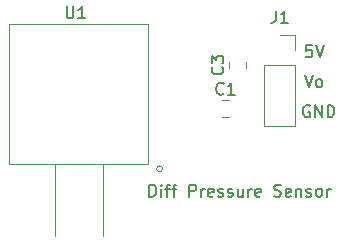
<source format=gbr>
G04 #@! TF.GenerationSoftware,KiCad,Pcbnew,(5.1.2-1)-1*
G04 #@! TF.CreationDate,2020-11-08T20:07:09-08:00*
G04 #@! TF.ProjectId,Pressure Sensor,50726573-7375-4726-9520-53656e736f72,rev?*
G04 #@! TF.SameCoordinates,Original*
G04 #@! TF.FileFunction,Legend,Top*
G04 #@! TF.FilePolarity,Positive*
%FSLAX46Y46*%
G04 Gerber Fmt 4.6, Leading zero omitted, Abs format (unit mm)*
G04 Created by KiCad (PCBNEW (5.1.2-1)-1) date 2020-11-08 20:07:09*
%MOMM*%
%LPD*%
G04 APERTURE LIST*
%ADD10C,0.150000*%
%ADD11C,0.120000*%
G04 APERTURE END LIST*
D10*
X152019095Y-27694000D02*
X151923857Y-27646380D01*
X151781000Y-27646380D01*
X151638142Y-27694000D01*
X151542904Y-27789238D01*
X151495285Y-27884476D01*
X151447666Y-28074952D01*
X151447666Y-28217809D01*
X151495285Y-28408285D01*
X151542904Y-28503523D01*
X151638142Y-28598761D01*
X151781000Y-28646380D01*
X151876238Y-28646380D01*
X152019095Y-28598761D01*
X152066714Y-28551142D01*
X152066714Y-28217809D01*
X151876238Y-28217809D01*
X152495285Y-28646380D02*
X152495285Y-27646380D01*
X153066714Y-28646380D01*
X153066714Y-27646380D01*
X153542904Y-28646380D02*
X153542904Y-27646380D01*
X153781000Y-27646380D01*
X153923857Y-27694000D01*
X154019095Y-27789238D01*
X154066714Y-27884476D01*
X154114333Y-28074952D01*
X154114333Y-28217809D01*
X154066714Y-28408285D01*
X154019095Y-28503523D01*
X153923857Y-28598761D01*
X153781000Y-28646380D01*
X153542904Y-28646380D01*
X151614285Y-25106380D02*
X151947619Y-26106380D01*
X152280952Y-25106380D01*
X152757142Y-26106380D02*
X152661904Y-26058761D01*
X152614285Y-26011142D01*
X152566666Y-25915904D01*
X152566666Y-25630190D01*
X152614285Y-25534952D01*
X152661904Y-25487333D01*
X152757142Y-25439714D01*
X152900000Y-25439714D01*
X152995238Y-25487333D01*
X153042857Y-25534952D01*
X153090476Y-25630190D01*
X153090476Y-25915904D01*
X153042857Y-26011142D01*
X152995238Y-26058761D01*
X152900000Y-26106380D01*
X152757142Y-26106380D01*
X152209523Y-22566380D02*
X151733333Y-22566380D01*
X151685714Y-23042571D01*
X151733333Y-22994952D01*
X151828571Y-22947333D01*
X152066666Y-22947333D01*
X152161904Y-22994952D01*
X152209523Y-23042571D01*
X152257142Y-23137809D01*
X152257142Y-23375904D01*
X152209523Y-23471142D01*
X152161904Y-23518761D01*
X152066666Y-23566380D01*
X151828571Y-23566380D01*
X151733333Y-23518761D01*
X151685714Y-23471142D01*
X152542857Y-22566380D02*
X152876190Y-23566380D01*
X153209523Y-22566380D01*
X138454761Y-35377380D02*
X138454761Y-34377380D01*
X138692857Y-34377380D01*
X138835714Y-34425000D01*
X138930952Y-34520238D01*
X138978571Y-34615476D01*
X139026190Y-34805952D01*
X139026190Y-34948809D01*
X138978571Y-35139285D01*
X138930952Y-35234523D01*
X138835714Y-35329761D01*
X138692857Y-35377380D01*
X138454761Y-35377380D01*
X139454761Y-35377380D02*
X139454761Y-34710714D01*
X139454761Y-34377380D02*
X139407142Y-34425000D01*
X139454761Y-34472619D01*
X139502380Y-34425000D01*
X139454761Y-34377380D01*
X139454761Y-34472619D01*
X139788095Y-34710714D02*
X140169047Y-34710714D01*
X139930952Y-35377380D02*
X139930952Y-34520238D01*
X139978571Y-34425000D01*
X140073809Y-34377380D01*
X140169047Y-34377380D01*
X140359523Y-34710714D02*
X140740476Y-34710714D01*
X140502380Y-35377380D02*
X140502380Y-34520238D01*
X140550000Y-34425000D01*
X140645238Y-34377380D01*
X140740476Y-34377380D01*
X141835714Y-35377380D02*
X141835714Y-34377380D01*
X142216666Y-34377380D01*
X142311904Y-34425000D01*
X142359523Y-34472619D01*
X142407142Y-34567857D01*
X142407142Y-34710714D01*
X142359523Y-34805952D01*
X142311904Y-34853571D01*
X142216666Y-34901190D01*
X141835714Y-34901190D01*
X142835714Y-35377380D02*
X142835714Y-34710714D01*
X142835714Y-34901190D02*
X142883333Y-34805952D01*
X142930952Y-34758333D01*
X143026190Y-34710714D01*
X143121428Y-34710714D01*
X143835714Y-35329761D02*
X143740476Y-35377380D01*
X143550000Y-35377380D01*
X143454761Y-35329761D01*
X143407142Y-35234523D01*
X143407142Y-34853571D01*
X143454761Y-34758333D01*
X143550000Y-34710714D01*
X143740476Y-34710714D01*
X143835714Y-34758333D01*
X143883333Y-34853571D01*
X143883333Y-34948809D01*
X143407142Y-35044047D01*
X144264285Y-35329761D02*
X144359523Y-35377380D01*
X144550000Y-35377380D01*
X144645238Y-35329761D01*
X144692857Y-35234523D01*
X144692857Y-35186904D01*
X144645238Y-35091666D01*
X144550000Y-35044047D01*
X144407142Y-35044047D01*
X144311904Y-34996428D01*
X144264285Y-34901190D01*
X144264285Y-34853571D01*
X144311904Y-34758333D01*
X144407142Y-34710714D01*
X144550000Y-34710714D01*
X144645238Y-34758333D01*
X145073809Y-35329761D02*
X145169047Y-35377380D01*
X145359523Y-35377380D01*
X145454761Y-35329761D01*
X145502380Y-35234523D01*
X145502380Y-35186904D01*
X145454761Y-35091666D01*
X145359523Y-35044047D01*
X145216666Y-35044047D01*
X145121428Y-34996428D01*
X145073809Y-34901190D01*
X145073809Y-34853571D01*
X145121428Y-34758333D01*
X145216666Y-34710714D01*
X145359523Y-34710714D01*
X145454761Y-34758333D01*
X146359523Y-34710714D02*
X146359523Y-35377380D01*
X145930952Y-34710714D02*
X145930952Y-35234523D01*
X145978571Y-35329761D01*
X146073809Y-35377380D01*
X146216666Y-35377380D01*
X146311904Y-35329761D01*
X146359523Y-35282142D01*
X146835714Y-35377380D02*
X146835714Y-34710714D01*
X146835714Y-34901190D02*
X146883333Y-34805952D01*
X146930952Y-34758333D01*
X147026190Y-34710714D01*
X147121428Y-34710714D01*
X147835714Y-35329761D02*
X147740476Y-35377380D01*
X147550000Y-35377380D01*
X147454761Y-35329761D01*
X147407142Y-35234523D01*
X147407142Y-34853571D01*
X147454761Y-34758333D01*
X147550000Y-34710714D01*
X147740476Y-34710714D01*
X147835714Y-34758333D01*
X147883333Y-34853571D01*
X147883333Y-34948809D01*
X147407142Y-35044047D01*
X149026190Y-35329761D02*
X149169047Y-35377380D01*
X149407142Y-35377380D01*
X149502380Y-35329761D01*
X149550000Y-35282142D01*
X149597619Y-35186904D01*
X149597619Y-35091666D01*
X149550000Y-34996428D01*
X149502380Y-34948809D01*
X149407142Y-34901190D01*
X149216666Y-34853571D01*
X149121428Y-34805952D01*
X149073809Y-34758333D01*
X149026190Y-34663095D01*
X149026190Y-34567857D01*
X149073809Y-34472619D01*
X149121428Y-34425000D01*
X149216666Y-34377380D01*
X149454761Y-34377380D01*
X149597619Y-34425000D01*
X150407142Y-35329761D02*
X150311904Y-35377380D01*
X150121428Y-35377380D01*
X150026190Y-35329761D01*
X149978571Y-35234523D01*
X149978571Y-34853571D01*
X150026190Y-34758333D01*
X150121428Y-34710714D01*
X150311904Y-34710714D01*
X150407142Y-34758333D01*
X150454761Y-34853571D01*
X150454761Y-34948809D01*
X149978571Y-35044047D01*
X150883333Y-34710714D02*
X150883333Y-35377380D01*
X150883333Y-34805952D02*
X150930952Y-34758333D01*
X151026190Y-34710714D01*
X151169047Y-34710714D01*
X151264285Y-34758333D01*
X151311904Y-34853571D01*
X151311904Y-35377380D01*
X151740476Y-35329761D02*
X151835714Y-35377380D01*
X152026190Y-35377380D01*
X152121428Y-35329761D01*
X152169047Y-35234523D01*
X152169047Y-35186904D01*
X152121428Y-35091666D01*
X152026190Y-35044047D01*
X151883333Y-35044047D01*
X151788095Y-34996428D01*
X151740476Y-34901190D01*
X151740476Y-34853571D01*
X151788095Y-34758333D01*
X151883333Y-34710714D01*
X152026190Y-34710714D01*
X152121428Y-34758333D01*
X152740476Y-35377380D02*
X152645238Y-35329761D01*
X152597619Y-35282142D01*
X152550000Y-35186904D01*
X152550000Y-34901190D01*
X152597619Y-34805952D01*
X152645238Y-34758333D01*
X152740476Y-34710714D01*
X152883333Y-34710714D01*
X152978571Y-34758333D01*
X153026190Y-34805952D01*
X153073809Y-34901190D01*
X153073809Y-35186904D01*
X153026190Y-35282142D01*
X152978571Y-35329761D01*
X152883333Y-35377380D01*
X152740476Y-35377380D01*
X153502380Y-35377380D02*
X153502380Y-34710714D01*
X153502380Y-34901190D02*
X153550000Y-34805952D01*
X153597619Y-34758333D01*
X153692857Y-34710714D01*
X153788095Y-34710714D01*
D11*
X138366500Y-32575500D02*
X138366500Y-20764500D01*
X138366500Y-20764500D02*
X126555500Y-20764500D01*
X138366500Y-32575500D02*
X126555500Y-32575500D01*
X126555500Y-32575500D02*
X126555500Y-20764500D01*
X134493000Y-32575500D02*
X134493000Y-38671500D01*
X130429000Y-32575500D02*
X130429000Y-38671500D01*
X139573000Y-33020000D02*
G75*
G03X139573000Y-33020000I-254000J0D01*
G01*
X149479000Y-21657000D02*
X150809000Y-21657000D01*
X150809000Y-21657000D02*
X150809000Y-22987000D01*
X150809000Y-24257000D02*
X150809000Y-29397000D01*
X148149000Y-29397000D02*
X150809000Y-29397000D01*
X148149000Y-24257000D02*
X148149000Y-29397000D01*
X148149000Y-24257000D02*
X150809000Y-24257000D01*
X144636748Y-27230000D02*
X145159252Y-27230000D01*
X144636748Y-28650000D02*
X145159252Y-28650000D01*
X145213000Y-24509252D02*
X145213000Y-23986748D01*
X146633000Y-24509252D02*
X146633000Y-23986748D01*
D10*
X131445095Y-19264380D02*
X131445095Y-20073904D01*
X131492714Y-20169142D01*
X131540333Y-20216761D01*
X131635571Y-20264380D01*
X131826047Y-20264380D01*
X131921285Y-20216761D01*
X131968904Y-20169142D01*
X132016523Y-20073904D01*
X132016523Y-19264380D01*
X133016523Y-20264380D02*
X132445095Y-20264380D01*
X132730809Y-20264380D02*
X132730809Y-19264380D01*
X132635571Y-19407238D01*
X132540333Y-19502476D01*
X132445095Y-19550095D01*
X149145666Y-19669380D02*
X149145666Y-20383666D01*
X149098047Y-20526523D01*
X149002809Y-20621761D01*
X148859952Y-20669380D01*
X148764714Y-20669380D01*
X150145666Y-20669380D02*
X149574238Y-20669380D01*
X149859952Y-20669380D02*
X149859952Y-19669380D01*
X149764714Y-19812238D01*
X149669476Y-19907476D01*
X149574238Y-19955095D01*
X144731333Y-26647142D02*
X144683714Y-26694761D01*
X144540857Y-26742380D01*
X144445619Y-26742380D01*
X144302761Y-26694761D01*
X144207523Y-26599523D01*
X144159904Y-26504285D01*
X144112285Y-26313809D01*
X144112285Y-26170952D01*
X144159904Y-25980476D01*
X144207523Y-25885238D01*
X144302761Y-25790000D01*
X144445619Y-25742380D01*
X144540857Y-25742380D01*
X144683714Y-25790000D01*
X144731333Y-25837619D01*
X145683714Y-26742380D02*
X145112285Y-26742380D01*
X145398000Y-26742380D02*
X145398000Y-25742380D01*
X145302761Y-25885238D01*
X145207523Y-25980476D01*
X145112285Y-26028095D01*
X144630142Y-24414666D02*
X144677761Y-24462285D01*
X144725380Y-24605142D01*
X144725380Y-24700380D01*
X144677761Y-24843238D01*
X144582523Y-24938476D01*
X144487285Y-24986095D01*
X144296809Y-25033714D01*
X144153952Y-25033714D01*
X143963476Y-24986095D01*
X143868238Y-24938476D01*
X143773000Y-24843238D01*
X143725380Y-24700380D01*
X143725380Y-24605142D01*
X143773000Y-24462285D01*
X143820619Y-24414666D01*
X143725380Y-24081333D02*
X143725380Y-23462285D01*
X144106333Y-23795619D01*
X144106333Y-23652761D01*
X144153952Y-23557523D01*
X144201571Y-23509904D01*
X144296809Y-23462285D01*
X144534904Y-23462285D01*
X144630142Y-23509904D01*
X144677761Y-23557523D01*
X144725380Y-23652761D01*
X144725380Y-23938476D01*
X144677761Y-24033714D01*
X144630142Y-24081333D01*
M02*

</source>
